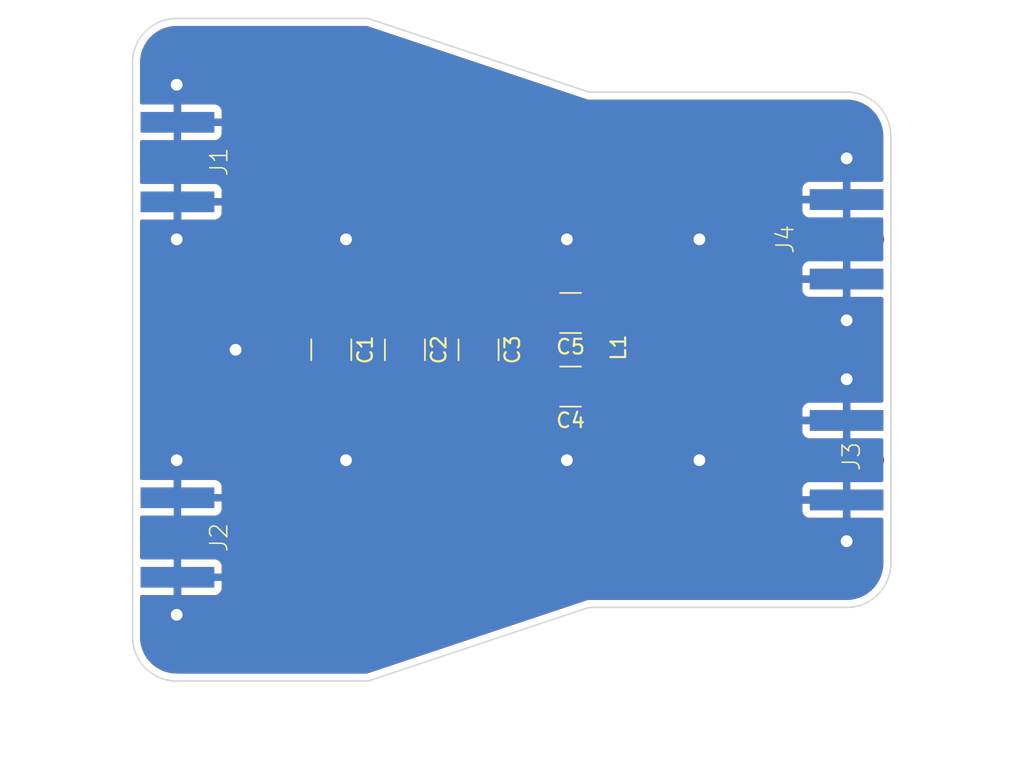
<source format=kicad_pcb>
(kicad_pcb (version 20211014) (generator pcbnew)
  (layers (0 "F.Cu" signal) (31 "B.Cu" signal) (34 "B.Paste" user) (35 "F.Paste" user) (36 "B.SilkS" user "B.Silkscreen") (37 "F.SilkS" user "F.Silkscreen") (38 "B.Mask" user) (39 "F.Mask" user) (44 "Edge.Cuts" user))
  (net 0 "")
  (net 1 "Net-(C1-Pad1)")
  (net 2 "Net-(C1-Pad2)")
  (net 3 "Net-(C4-Pad1)")
  (net 4 "Net-(C5-Pad1)")
  (net 5 "GND")
  (footprint "SMAconnector:60312202114513_corrected" (layer "F.Cu") (at 104.55 54.75 -90)
    (fp_text reference "J1" (at 0 -6 90) (layer "F.SilkS") (effects (font (size 1.1684 1.1684) (thickness 0.1016)) (justify bottom)))
    (fp_text value "Conn_Coaxial")
    (pad "1" smd rect (at 0 -0.45 270) (size 0.61 0.9) (layers "F.Cu" "F.Paste" "F.Mask") (net 1 "Net-(C1-Pad1)"))
    (pad "2" smd rect (at 2.7 -2.5 270) (size 1.4 5) (layers "F.Cu" "F.Paste" "F.Mask") (net 5 "GND"))
    (pad "2" smd rect (at -2.7 -2.5 270) (size 1.4 5) (layers "B.Cu" "B.Paste" "B.Mask") (net 5 "GND"))
    (pad "2" smd rect (at 2.7 -2.5 270) (size 1.4 5) (layers "B.Cu" "B.Paste" "B.Mask") (net 5 "GND"))
    (pad "2" smd rect (at -2.7 -2.5 270) (size 1.4 5) (layers "F.Cu" "F.Paste" "F.Mask") (net 5 "GND"))
  )
  (footprint "Capacitor_SMD:C_1210_3225Metric_Pad1.33x2.70mm_HandSolder" (layer "F.Cu") (at 133.75 65 180)
    (fp_text reference "C5" (at 0 -2.3) (layer "F.SilkS"))
    (fp_text value "3.3e-9")
    (fp_line (start -0.711252 -1.36) (end 0.711252 -1.36) (layer "F.SilkS") (width 0.12))
    (fp_line (start -0.711252 1.36) (end 0.711252 1.36) (layer "F.SilkS") (width 0.12))
    (pad "1" smd roundrect (at -1.5625 0 180) (size 1.325 2.7) (layers "F.Cu" "F.Paste" "F.Mask") (roundrect_rratio 0.1886792453) (net 4 "Net-(C5-Pad1)"))
    (pad "2" smd roundrect (at 1.5625 0 180) (size 1.325 2.7) (layers "F.Cu" "F.Paste" "F.Mask") (roundrect_rratio 0.1886792453) (net 1 "Net-(C1-Pad1)"))
  )
  (footprint "SMAconnector:60312202114513_corrected" (layer "F.Cu") (at 104.55 80.25 -90)
    (fp_text reference "J2" (at 0 -6 90) (layer "F.SilkS") (effects (font (size 1.1684 1.1684) (thickness 0.1016)) (justify bottom)))
    (fp_text value "Conn_Coaxial")
    (pad "1" smd rect (at 0 -0.45 270) (size 0.61 0.9) (layers "F.Cu" "F.Paste" "F.Mask") (net 2 "Net-(C1-Pad2)"))
    (pad "2" smd rect (at 2.7 -2.5 270) (size 1.4 5) (layers "F.Cu" "F.Paste" "F.Mask") (net 5 "GND"))
    (pad "2" smd rect (at -2.7 -2.5 270) (size 1.4 5) (layers "B.Cu" "B.Paste" "B.Mask") (net 5 "GND"))
    (pad "2" smd rect (at 2.7 -2.5 270) (size 1.4 5) (layers "B.Cu" "B.Paste" "B.Mask") (net 5 "GND"))
    (pad "2" smd rect (at -2.7 -2.5 270) (size 1.4 5) (layers "F.Cu" "F.Paste" "F.Mask") (net 5 "GND"))
  )
  (footprint "SMAconnector:60312202114513_corrected" (layer "F.Cu") (at 155 75 90)
    (fp_text reference "J3" (at 0.25 -1.5 90) (layer "F.SilkS") (effects (font (size 1.1684 1.1684) (thickness 0.1016)) (justify bottom)))
    (fp_text value "Conn_Coaxial")
    (pad "1" smd rect (at 0 -0.45 90) (size 0.61 0.9) (layers "F.Cu" "F.Paste" "F.Mask") (net 3 "Net-(C4-Pad1)"))
    (pad "2" smd rect (at 2.7 -2.5 90) (size 1.4 5) (layers "B.Cu" "B.Paste" "B.Mask") (net 5 "GND"))
    (pad "2" smd rect (at -2.7 -2.5 90) (size 1.4 5) (layers "F.Cu" "F.Paste" "F.Mask") (net 5 "GND"))
    (pad "2" smd rect (at -2.7 -2.5 90) (size 1.4 5) (layers "B.Cu" "B.Paste" "B.Mask") (net 5 "GND"))
    (pad "2" smd rect (at 2.7 -2.5 90) (size 1.4 5) (layers "F.Cu" "F.Paste" "F.Mask") (net 5 "GND"))
  )
  (footprint "Capacitor_SMD:C_1210_3225Metric_Pad1.33x2.70mm_HandSolder" (layer "F.Cu") (at 133.75 70 180)
    (fp_text reference "C4" (at 0 -2.3) (layer "F.SilkS"))
    (fp_text value "3.3e-9")
    (fp_line (start -0.711252 -1.36) (end 0.711252 -1.36) (layer "F.SilkS") (width 0.12))
    (fp_line (start -0.711252 1.36) (end 0.711252 1.36) (layer "F.SilkS") (width 0.12))
    (pad "1" smd roundrect (at -1.5625 0 180) (size 1.325 2.7) (layers "F.Cu" "F.Paste" "F.Mask") (roundrect_rratio 0.1886792453) (net 3 "Net-(C4-Pad1)"))
    (pad "2" smd roundrect (at 1.5625 0 180) (size 1.325 2.7) (layers "F.Cu" "F.Paste" "F.Mask") (roundrect_rratio 0.1886792453) (net 2 "Net-(C1-Pad2)"))
  )
  (footprint "Capacitor_SMD:C_1210_3225Metric_Pad1.33x2.70mm_HandSolder" (layer "F.Cu") (at 117.5 67.5 -90)
    (fp_text reference "C1" (at 0 -2.3 90) (layer "F.SilkS"))
    (fp_text value "3.3e-9")
    (fp_line (start -0.711252 -1.36) (end 0.711252 -1.36) (layer "F.SilkS") (width 0.12))
    (fp_line (start -0.711252 1.36) (end 0.711252 1.36) (layer "F.SilkS") (width 0.12))
    (pad "1" smd roundrect (at -1.5625 0 270) (size 1.325 2.7) (layers "F.Cu" "F.Paste" "F.Mask") (roundrect_rratio 0.1886792453) (net 1 "Net-(C1-Pad1)"))
    (pad "2" smd roundrect (at 1.5625 0 270) (size 1.325 2.7) (layers "F.Cu" "F.Paste" "F.Mask") (roundrect_rratio 0.1886792453) (net 2 "Net-(C1-Pad2)"))
  )
  (footprint "Capacitor_SMD:C_1210_3225Metric_Pad1.33x2.70mm_HandSolder" (layer "F.Cu") (at 122.5 67.5 -90)
    (fp_text reference "C2" (at 0 -2.3 90) (layer "F.SilkS"))
    (fp_text value "0.1e-9")
    (fp_line (start -0.711252 -1.36) (end 0.711252 -1.36) (layer "F.SilkS") (width 0.12))
    (fp_line (start -0.711252 1.36) (end 0.711252 1.36) (layer "F.SilkS") (width 0.12))
    (pad "1" smd roundrect (at -1.5625 0 270) (size 1.325 2.7) (layers "F.Cu" "F.Paste" "F.Mask") (roundrect_rratio 0.1886792453) (net 1 "Net-(C1-Pad1)"))
    (pad "2" smd roundrect (at 1.5625 0 270) (size 1.325 2.7) (layers "F.Cu" "F.Paste" "F.Mask") (roundrect_rratio 0.1886792453) (net 2 "Net-(C1-Pad2)"))
  )
  (footprint "SMAconnector:60312202114513_corrected" (layer "F.Cu") (at 155 60 90)
    (fp_text reference "J4" (at 0 -6 90) (layer "F.SilkS") (effects (font (size 1.1684 1.1684) (thickness 0.1016)) (justify bottom)))
    (fp_text value "Conn_Coaxial")
    (pad "1" smd rect (at 0 -0.45 90) (size 0.61 0.9) (layers "F.Cu" "F.Paste" "F.Mask") (net 4 "Net-(C5-Pad1)"))
    (pad "2" smd rect (at 2.7 -2.5 90) (size 1.4 5) (layers "F.Cu" "F.Paste" "F.Mask") (net 5 "GND"))
    (pad "2" smd rect (at -2.7 -2.5 90) (size 1.4 5) (layers "B.Cu" "B.Paste" "B.Mask") (net 5 "GND"))
    (pad "2" smd rect (at -2.7 -2.5 90) (size 1.4 5) (layers "F.Cu" "F.Paste" "F.Mask") (net 5 "GND"))
    (pad "2" smd rect (at 2.7 -2.5 90) (size 1.4 5) (layers "B.Cu" "B.Paste" "B.Mask") (net 5 "GND"))
  )
  (footprint "coilcraftAxxTGL:AxxTGL" (layer "F.Cu") (at 142.4 68.95 90)
    (fp_text reference "L1" (at 1.6 -5.4 90 unlocked) (layer "F.SilkS"))
    (fp_text value "12.5e-9")
    (pad "1" smd roundrect (at 0 0 270) (size 1.27 3.3) (layers "F.Cu" "F.Paste" "F.Mask") (roundrect_rratio 0.1) (net 3 "Net-(C4-Pad1)"))
    (pad "2" smd roundrect (at 2.92 -2.79 270) (size 1.27 3.3) (layers "F.Cu" "F.Paste" "F.Mask") (roundrect_rratio 0.1) (net 4 "Net-(C5-Pad1)"))
  )
  (footprint "Capacitor_SMD:C_1210_3225Metric_Pad1.33x2.70mm_HandSolder" (layer "F.Cu") (at 127.5 67.5 -90)
    (fp_text reference "C3" (at 0 -2.3 90) (layer "F.SilkS"))
    (fp_text value "0")
    (fp_line (start -0.711252 -1.36) (end 0.711252 -1.36) (layer "F.SilkS") (width 0.12))
    (fp_line (start -0.711252 1.36) (end 0.711252 1.36) (layer "F.SilkS") (width 0.12))
    (pad "1" smd roundrect (at -1.5625 0 270) (size 1.325 2.7) (layers "F.Cu" "F.Paste" "F.Mask") (roundrect_rratio 0.1886792453) (net 1 "Net-(C1-Pad1)"))
    (pad "2" smd roundrect (at 1.5625 0 270) (size 1.325 2.7) (layers "F.Cu" "F.Paste" "F.Mask") (roundrect_rratio 0.1886792453) (net 2 "Net-(C1-Pad2)"))
  )
  (gr_line (start 135 50) (end 120 45) (layer "Edge.Cuts") (width 0.1))
  (gr_line (start 120 90) (end 107 90) (layer "Edge.Cuts") (width 0.1))
  (gr_line (start 120 45) (end 107 45) (layer "Edge.Cuts") (width 0.1))
  (gr_arc (start 107 90) (mid 104.87868 89.12132) (end 104 87) (layer "Edge.Cuts") (width 0.1))
  (gr_arc (start 155.5 82) (mid 154.62132 84.12132) (end 152.5 85) (layer "Edge.Cuts") (width 0.1))
  (gr_line (start 135 50) (end 152.5 50) (layer "Edge.Cuts") (width 0.1))
  (gr_arc (start 104 48) (mid 104.87868 45.87868) (end 107 45) (layer "Edge.Cuts") (width 0.1))
  (gr_arc (start 152.5 50) (mid 154.62132 50.87868) (end 155.5 53) (layer "Edge.Cuts") (width 0.1))
  (gr_line (start 135 85) (end 152.5 85) (layer "Edge.Cuts") (width 0.1))
  (gr_line (start 135 85) (end 120 90) (layer "Edge.Cuts") (width 0.1))
  (gr_line (start 104 87) (end 104 48) (layer "Edge.Cuts") (width 0.1))
  (gr_line (start 155.5 53) (end 155.5 82) (layer "Edge.Cuts") (width 0.1))
  (segment (start 110.171573 54.75) (end 107 54.75) (width 2) (layer "F.Cu") (net 1))
  (segment (start 113.75 57.5) (end 113.75 62.671573) (width 4) (layer "F.Cu") (net 1))
  (segment (start 116.078427 65) (end 131.25 65) (width 4) (layer "F.Cu") (net 1))
  (segment (start 113.25 57) (end 111.585786 55.335786) (width 2) (layer "F.Cu") (net 1))
  (segment (start 114.335787 64.085787) (end 114.664214 64.414214) (width 4) (layer "F.Cu") (net 1))
  (segment (start 105 54.75) (end 107 54.75) (width 1) (layer "F.Cu") (net 1))
  (segment (start 113.25 57) (end 113.75 57.5) (width 4) (layer "F.Cu") (net 1))
  (arc (start 111.585786 55.335786) (mid 110.93694 54.902241) (end 110.171573 54.75) (width 2) (layer "F.Cu") (net 1))
  (arc (start 113.75 62.671573) (mid 113.90225 63.436939) (end 114.335787 64.085787) (width 4) (layer "F.Cu") (net 1))
  (arc (start 114.664214 64.414214) (mid 115.31306 64.847759) (end 116.078427 65) (width 4) (layer "F.Cu") (net 1))
  (segment (start 113.25 78) (end 113.75 77.5) (width 4) (layer "F.Cu") (net 2))
  (segment (start 113.75 77.5) (end 113.75 72.578427) (width 4) (layer "F.Cu") (net 2))
  (segment (start 113.25 78) (end 111.585786 79.664214) (width 2) (layer "F.Cu") (net 2))
  (segment (start 116.328427 70) (end 131.25 70) (width 4) (layer "F.Cu") (net 2))
  (segment (start 110.171573 80.25) (end 107 80.25) (width 2) (layer "F.Cu") (net 2))
  (segment (start 114.335787 71.164213) (end 114.914214 70.585786) (width 4) (layer "F.Cu") (net 2))
  (segment (start 105 80.25) (end 107 80.25) (width 1) (layer "F.Cu") (net 2))
  (arc (start 113.75 72.578427) (mid 113.902241 71.81306) (end 114.335787 71.164213) (width 4) (layer "F.Cu") (net 2))
  (arc (start 116.328427 70) (mid 115.56306 70.152241) (end 114.914214 70.585786) (width 4) (layer "F.Cu") (net 2))
  (arc (start 111.585786 79.664214) (mid 110.93694 80.097759) (end 110.171573 80.25) (width 2) (layer "F.Cu") (net 2))
  (segment (start 142.671573 70) (end 135.34952 70) (width 3) (layer "F.Cu") (net 3))
  (segment (start 154.55 75) (end 152.5 75) (width 1) (layer "F.Cu") (net 3))
  (segment (start 152.5 75) (end 149.328427 75) (width 2) (layer "F.Cu") (net 3))
  (segment (start 144.085787 70.585787) (end 147.914214 74.414214) (width 2) (layer "F.Cu") (net 3))
  (arc (start 142.671573 70) (mid 143.43694 70.152241) (end 144.085787 70.585787) (width 3) (layer "F.Cu") (net 3))
  (arc (start 147.914214 74.414214) (mid 148.56306 74.847759) (end 149.328427 75) (width 2) (layer "F.Cu") (net 3))
  (segment (start 144.085787 64.414213) (end 147.914214 60.585786) (width 2) (layer "F.Cu") (net 4))
  (segment (start 149.328427 60) (end 152.5 60) (width 2) (layer "F.Cu") (net 4))
  (segment (start 154.55 60) (end 152.5 60) (width 1) (layer "F.Cu") (net 4))
  (segment (start 142.671573 65) (end 135.34952 65) (width 3) (layer "F.Cu") (net 4))
  (arc (start 147.914214 60.585786) (mid 148.56306 60.152241) (end 149.328427 60) (width 2) (layer "F.Cu") (net 4))
  (arc (start 142.671573 65) (mid 143.43694 64.847759) (end 144.085787 64.414213) (width 3) (layer "F.Cu") (net 4))
  (via (at 152.5 69.5) (size 1.3) (drill 0.8) (layers "F.Cu" "B.Cu") (net 5))
  (via (at 133.5 75) (size 1.3) (drill 0.8) (layers "F.Cu" "B.Cu") (net 5))
  (via (at 142.5 60) (size 1.3) (drill 0.8) (layers "F.Cu" "B.Cu") (net 5))
  (via (at 118.5 60) (size 1.3) (drill 0.8) (layers "F.Cu" "B.Cu") (net 5))
  (via (at 107 75) (size 1.3) (drill 0.8) (layers "F.Cu" "B.Cu") (net 5))
  (via (at 107 85.5) (size 1.3) (drill 0.8) (layers "F.Cu" "B.Cu") (net 5))
  (via (at 133.5 60) (size 1.3) (drill 0.8) (layers "F.Cu" "B.Cu") (net 5))
  (via (at 107 60) (size 1.3) (drill 0.8) (layers "F.Cu" "B.Cu") (net 5))
  (via (at 111 67.5) (size 1.3) (drill 0.8) (layers "F.Cu" "B.Cu") (net 5))
  (via (at 118.5 75) (size 1.3) (drill 0.8) (layers "F.Cu" "B.Cu") (net 5))
  (via (at 142.5 75) (size 1.3) (drill 0.8) (layers "F.Cu" "B.Cu") (net 5))
  (via (at 152.5 65.5) (size 1.3) (drill 0.8) (layers "F.Cu" "B.Cu") (net 5))
  (via (at 152.5 80.5) (size 1.3) (drill 0.8) (layers "F.Cu" "B.Cu") (net 5))
  (via (at 152.5 54.5) (size 1.3) (drill 0.8) (layers "F.Cu" "B.Cu") (net 5))
  (via (at 107 49.5) (size 1.3) (drill 0.8) (layers "F.Cu" "B.Cu") (net 5))
  (zone (net 5) (net_name "GND") (layer "F.Cu") (connect_pads (clearance 0.508)) (min_thickness 0.254) (fill yes (thermal_gap 0.508) (thermal_bridge_width 0.508))
    (polygon (pts (xy 156.5 90.5) (xy 103.5 90.5) (xy 103.5 44.5) (xy 156.5 44.5)))
  )
  (zone (net 5) (net_name "GND") (layer "B.Cu") (connect_pads (clearance 0.508)) (min_thickness 0.254) (fill yes (thermal_gap 0.508) (thermal_bridge_width 0.508))
    (polygon (pts (xy 156.5 90.5) (xy 103.5 90.5) (xy 103.5 44.5) (xy 156.5 44.5)))
  )
)
</source>
